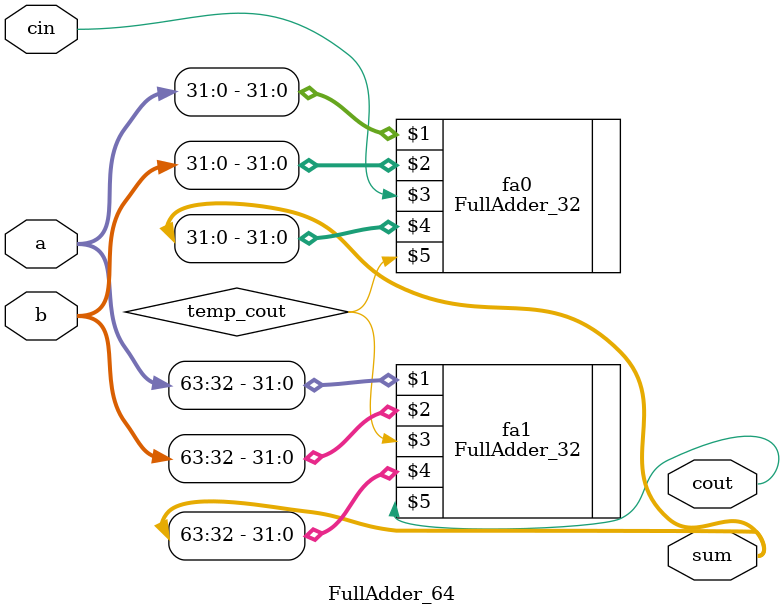
<source format=sv>
module FullAdder_64 (input logic [63:0] a, b, 
                     input logic cin,
                     output logic [63:0] sum, 
                     output logic cout
);

    logic temp_cout;

    FullAdder_32 fa0 (a[31:0], b[31:0], cin, sum[31:0], temp_cout);
    FullAdder_32 fa1 (a[63:32], b[63:32], temp_cout, sum[63:32], cout);

endmodule






</source>
